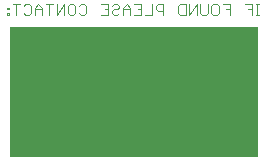
<source format=gbo>
G75*
G70*
%OFA0B0*%
%FSLAX24Y24*%
%IPPOS*%
%LPD*%
%AMOC8*
5,1,8,0,0,1.08239X$1,22.5*
%
%ADD10C,0.0040*%
%ADD11R,0.8268X0.4331*%
D10*
X000862Y018704D02*
X000922Y018704D01*
X000922Y018764D01*
X000862Y018764D01*
X000862Y018704D01*
X000862Y018884D02*
X000922Y018884D01*
X000922Y018944D01*
X000862Y018944D01*
X000862Y018884D01*
X001050Y019064D02*
X001290Y019064D01*
X001170Y019064D02*
X001170Y018704D01*
X001418Y018764D02*
X001478Y018704D01*
X001599Y018704D01*
X001659Y018764D01*
X001659Y019004D01*
X001599Y019064D01*
X001478Y019064D01*
X001418Y019004D01*
X001787Y018944D02*
X001787Y018704D01*
X001787Y018884D02*
X002027Y018884D01*
X002027Y018944D02*
X002027Y018704D01*
X002027Y018944D02*
X001907Y019064D01*
X001787Y018944D01*
X002155Y019064D02*
X002395Y019064D01*
X002275Y019064D02*
X002275Y018704D01*
X002523Y018704D02*
X002523Y019064D01*
X002764Y019064D02*
X002523Y018704D01*
X002764Y018704D02*
X002764Y019064D01*
X002892Y019004D02*
X002952Y019064D01*
X003072Y019064D01*
X003132Y019004D01*
X003132Y018764D01*
X003072Y018704D01*
X002952Y018704D01*
X002892Y018764D01*
X002892Y019004D01*
X003260Y019004D02*
X003320Y019064D01*
X003440Y019064D01*
X003500Y019004D01*
X003500Y018764D01*
X003440Y018704D01*
X003320Y018704D01*
X003260Y018764D01*
X003997Y018704D02*
X004237Y018704D01*
X004237Y019064D01*
X003997Y019064D01*
X004117Y018884D02*
X004237Y018884D01*
X004365Y018824D02*
X004365Y018764D01*
X004425Y018704D01*
X004545Y018704D01*
X004605Y018764D01*
X004545Y018884D02*
X004605Y018944D01*
X004605Y019004D01*
X004545Y019064D01*
X004425Y019064D01*
X004365Y019004D01*
X004425Y018884D02*
X004365Y018824D01*
X004425Y018884D02*
X004545Y018884D01*
X004733Y018884D02*
X004973Y018884D01*
X004973Y018944D02*
X004973Y018704D01*
X005102Y018704D02*
X005342Y018704D01*
X005342Y019064D01*
X005102Y019064D01*
X004973Y018944D02*
X004853Y019064D01*
X004733Y018944D01*
X004733Y018704D01*
X005222Y018884D02*
X005342Y018884D01*
X005470Y018704D02*
X005710Y018704D01*
X005710Y019064D01*
X005838Y019004D02*
X005838Y018884D01*
X005898Y018824D01*
X006078Y018824D01*
X006078Y018704D02*
X006078Y019064D01*
X005898Y019064D01*
X005838Y019004D01*
X006575Y019004D02*
X006575Y018764D01*
X006635Y018704D01*
X006815Y018704D01*
X006815Y019064D01*
X006635Y019064D01*
X006575Y019004D01*
X006943Y019064D02*
X006943Y018704D01*
X007183Y019064D01*
X007183Y018704D01*
X007311Y018764D02*
X007311Y019064D01*
X007311Y018764D02*
X007371Y018704D01*
X007492Y018704D01*
X007552Y018764D01*
X007552Y019064D01*
X007680Y019004D02*
X007740Y019064D01*
X007860Y019064D01*
X007920Y019004D01*
X007920Y018764D01*
X007860Y018704D01*
X007740Y018704D01*
X007680Y018764D01*
X007680Y019004D01*
X008048Y019064D02*
X008288Y019064D01*
X008288Y018704D01*
X008288Y018884D02*
X008168Y018884D01*
X008785Y019064D02*
X009025Y019064D01*
X009025Y018704D01*
X009150Y018704D02*
X009270Y018704D01*
X009210Y018704D02*
X009210Y019064D01*
X009270Y019064D02*
X009150Y019064D01*
X009025Y018884D02*
X008905Y018884D01*
D11*
X005101Y016125D03*
M02*

</source>
